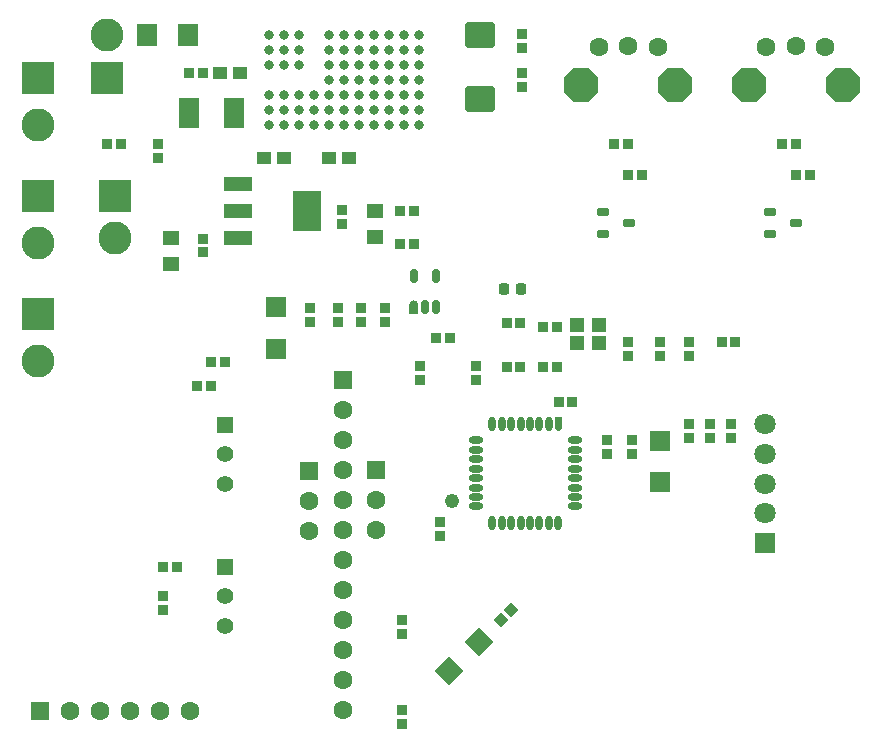
<source format=gts>
G04*
G04 #@! TF.GenerationSoftware,Altium Limited,Altium Designer,24.2.2 (26)*
G04*
G04 Layer_Color=8388736*
%FSLAX44Y44*%
%MOMM*%
G71*
G04*
G04 #@! TF.SameCoordinates,CC1128A4-4406-4156-BFDA-932D597DC64E*
G04*
G04*
G04 #@! TF.FilePolarity,Negative*
G04*
G01*
G75*
%ADD39R,0.9250X0.8500*%
%ADD40C,0.8300*%
%ADD41R,1.7000X1.7000*%
%ADD42R,0.8500X0.9250*%
%ADD43R,1.2500X1.1500*%
%ADD44P,2.4042X4X270.0*%
G04:AMPARAMS|DCode=45|XSize=0.925mm|YSize=0.85mm|CornerRadius=0mm|HoleSize=0mm|Usage=FLASHONLY|Rotation=225.000|XOffset=0mm|YOffset=0mm|HoleType=Round|Shape=Rectangle|*
%AMROTATEDRECTD45*
4,1,4,0.0265,0.6276,0.6276,0.0265,-0.0265,-0.6276,-0.6276,-0.0265,0.0265,0.6276,0.0*
%
%ADD45ROTATEDRECTD45*%

G04:AMPARAMS|DCode=46|XSize=1mm|YSize=0.9mm|CornerRadius=0.275mm|HoleSize=0mm|Usage=FLASHONLY|Rotation=90.000|XOffset=0mm|YOffset=0mm|HoleType=Round|Shape=RoundedRectangle|*
%AMROUNDEDRECTD46*
21,1,1.0000,0.3500,0,0,90.0*
21,1,0.4500,0.9000,0,0,90.0*
1,1,0.5500,0.1750,0.2250*
1,1,0.5500,0.1750,-0.2250*
1,1,0.5500,-0.1750,-0.2250*
1,1,0.5500,-0.1750,0.2250*
%
%ADD46ROUNDEDRECTD46*%
G04:AMPARAMS|DCode=47|XSize=0.75mm|YSize=1mm|CornerRadius=0.2375mm|HoleSize=0mm|Usage=FLASHONLY|Rotation=270.000|XOffset=0mm|YOffset=0mm|HoleType=Round|Shape=RoundedRectangle|*
%AMROUNDEDRECTD47*
21,1,0.7500,0.5250,0,0,270.0*
21,1,0.2750,1.0000,0,0,270.0*
1,1,0.4750,-0.2625,-0.1375*
1,1,0.4750,-0.2625,0.1375*
1,1,0.4750,0.2625,0.1375*
1,1,0.4750,0.2625,-0.1375*
%
%ADD47ROUNDEDRECTD47*%
%ADD48R,1.4500X1.2000*%
%ADD49R,1.8000X2.5000*%
%ADD50R,1.7000X1.9000*%
%ADD51R,1.2000X1.0000*%
%ADD52O,0.7500X1.2000*%
%ADD53O,1.2000X0.6000*%
%ADD54O,0.6000X1.2000*%
%ADD55R,2.3500X1.1500*%
%ADD56R,2.3500X3.4500*%
G04:AMPARAMS|DCode=57|XSize=2.2mm|YSize=2.6mm|CornerRadius=0.35mm|HoleSize=0mm|Usage=FLASHONLY|Rotation=270.000|XOffset=0mm|YOffset=0mm|HoleType=Round|Shape=RoundedRectangle|*
%AMROUNDEDRECTD57*
21,1,2.2000,1.9000,0,0,270.0*
21,1,1.5000,2.6000,0,0,270.0*
1,1,0.7000,-0.9500,-0.7500*
1,1,0.7000,-0.9500,0.7500*
1,1,0.7000,0.9500,0.7500*
1,1,0.7000,0.9500,-0.7500*
%
%ADD57ROUNDEDRECTD57*%
%ADD58C,1.6000*%
%ADD59R,1.6000X1.6000*%
%ADD60R,1.6000X1.6000*%
%ADD61R,1.4000X1.4000*%
%ADD62C,1.4000*%
%ADD63R,2.8000X2.8000*%
%ADD64C,2.8000*%
G04:AMPARAMS|DCode=65|XSize=2.8mm|YSize=2.8mm|CornerRadius=0mm|HoleSize=0mm|Usage=FLASHONLY|Rotation=270.000|XOffset=0mm|YOffset=0mm|HoleType=Round|Shape=Octagon|*
%AMOCTAGOND65*
4,1,8,-0.7000,-1.4000,0.7000,-1.4000,1.4000,-0.7000,1.4000,0.7000,0.7000,1.4000,-0.7000,1.4000,-1.4000,0.7000,-1.4000,-0.7000,-0.7000,-1.4000,0.0*
%
%ADD65OCTAGOND65*%

%ADD66C,1.8000*%
%ADD67R,1.8000X1.8000*%
%ADD68C,1.2400*%
G36*
X488993Y398493D02*
X489121Y398468D01*
X489122Y398468D01*
X489821Y398280D01*
X489821Y398280D01*
X489945Y398238D01*
X489948Y398237D01*
X490062Y398180D01*
X490063Y398180D01*
X490689Y397818D01*
X490690Y397818D01*
X490799Y397745D01*
X490897Y397659D01*
X490897Y397659D01*
X491409Y397147D01*
X491409Y397147D01*
X491496Y397048D01*
X491568Y396939D01*
X491568Y396939D01*
X491930Y396312D01*
X491930Y396312D01*
X491988Y396195D01*
X491999Y396163D01*
X492031Y396071D01*
X492031Y396070D01*
X492218Y395371D01*
X492218Y395371D01*
X492243Y395243D01*
X492252Y395112D01*
Y395112D01*
D01*
Y394750D01*
Y387500D01*
X492243Y387369D01*
X492218Y387240D01*
X492176Y387116D01*
X492118Y386999D01*
X492045Y386890D01*
X491959Y386791D01*
X491860Y386705D01*
X491751Y386632D01*
X491633Y386574D01*
X491509Y386532D01*
X491381Y386506D01*
X491250Y386498D01*
X485750D01*
X485619Y386506D01*
X485491Y386532D01*
X485367Y386574D01*
X485249Y386632D01*
X485140Y386705D01*
X485041Y386791D01*
X484955Y386890D01*
X484882Y386999D01*
X484824Y387116D01*
X484782Y387240D01*
X484756Y387369D01*
X484748Y387500D01*
Y394750D01*
Y395112D01*
Y395112D01*
Y395112D01*
X484756Y395243D01*
X484782Y395371D01*
X484782Y395371D01*
X484969Y396070D01*
X484969Y396071D01*
X485012Y396195D01*
X485013Y396198D01*
X485070Y396312D01*
X485070Y396312D01*
X485432Y396939D01*
X485432Y396939D01*
X485504Y397048D01*
X485591Y397147D01*
X485591Y397147D01*
X486103Y397659D01*
X486103Y397659D01*
X486201Y397745D01*
X486310Y397818D01*
X486311Y397818D01*
X486937Y398180D01*
X486937Y398180D01*
X487055Y398238D01*
X487086Y398249D01*
X487179Y398280D01*
X487179Y398280D01*
X487878Y398468D01*
X487879Y398468D01*
X488007Y398493D01*
X488138Y398502D01*
X488138D01*
D01*
X488862D01*
X488862D01*
X488862D01*
X488993Y398493D01*
D02*
G37*
G36*
X613131Y299993D02*
X613259Y299968D01*
X613383Y299926D01*
X613501Y299868D01*
X613610Y299795D01*
X613709Y299708D01*
X613795Y299610D01*
X613868Y299501D01*
X613926Y299383D01*
X613968Y299259D01*
X613993Y299131D01*
X614002Y299000D01*
Y291000D01*
X614002Y290998D01*
X614002Y290803D01*
X614000Y290770D01*
Y290737D01*
X613996Y290705D01*
X613993Y290672D01*
X613987Y290640D01*
X613983Y290607D01*
X613906Y290221D01*
X613897Y290189D01*
X613891Y290157D01*
X613881Y290126D01*
X613872Y290094D01*
X613859Y290064D01*
X613849Y290033D01*
X613698Y289669D01*
X613684Y289640D01*
X613671Y289609D01*
X613655Y289580D01*
X613640Y289551D01*
X613622Y289524D01*
X613605Y289496D01*
X613387Y289168D01*
X613367Y289142D01*
X613349Y289115D01*
X613327Y289090D01*
X613307Y289064D01*
X613284Y289041D01*
X613262Y289016D01*
X612984Y288738D01*
X612959Y288716D01*
X612936Y288693D01*
X612910Y288673D01*
X612885Y288651D01*
X612858Y288633D01*
X612832Y288613D01*
X612504Y288394D01*
X612476Y288378D01*
X612448Y288360D01*
X612419Y288345D01*
X612391Y288329D01*
X612360Y288316D01*
X612331Y288302D01*
X611967Y288151D01*
X611936Y288140D01*
X611905Y288128D01*
X611874Y288119D01*
X611843Y288109D01*
X611811Y288102D01*
X611779Y288094D01*
X611392Y288017D01*
X611360Y288013D01*
X611328Y288006D01*
X611295Y288004D01*
X611263Y288000D01*
X611230D01*
X611197Y287998D01*
X611000D01*
X610999Y287998D01*
X610803Y287998D01*
X610770Y288000D01*
X610737D01*
X610705Y288004D01*
X610672Y288006D01*
X610640Y288013D01*
X610607Y288017D01*
X610221Y288094D01*
X610189Y288102D01*
X610157Y288109D01*
X610126Y288119D01*
X610094Y288128D01*
X610064Y288140D01*
X610033Y288151D01*
X609669Y288302D01*
X609640Y288316D01*
X609609Y288329D01*
X609581Y288345D01*
X609552Y288360D01*
X609524Y288378D01*
X609496Y288394D01*
X609168Y288613D01*
X609142Y288633D01*
X609115Y288651D01*
X609090Y288673D01*
X609064Y288693D01*
X609041Y288716D01*
X609016Y288738D01*
X608738Y289016D01*
X608716Y289041D01*
X608693Y289064D01*
X608673Y289090D01*
X608651Y289115D01*
X608633Y289142D01*
X608613Y289168D01*
X608394Y289496D01*
X608378Y289524D01*
X608360Y289551D01*
X608345Y289581D01*
X608329Y289609D01*
X608316Y289640D01*
X608302Y289669D01*
X608151Y290033D01*
X608140Y290064D01*
X608128Y290094D01*
X608119Y290126D01*
X608109Y290157D01*
X608102Y290189D01*
X608094Y290221D01*
X608017Y290607D01*
X608013Y290640D01*
X608006Y290672D01*
X608004Y290705D01*
X608000Y290737D01*
Y290770D01*
X607998Y290803D01*
X607998Y291000D01*
Y299000D01*
X608006Y299131D01*
X608032Y299259D01*
X608074Y299383D01*
X608132Y299501D01*
X608205Y299610D01*
X608291Y299708D01*
X608390Y299795D01*
X608499Y299868D01*
X608616Y299926D01*
X608741Y299968D01*
X608869Y299993D01*
X609000Y300002D01*
X613000D01*
X613131Y299993D01*
D02*
G37*
D39*
X507121Y367000D02*
D03*
X518881D02*
D03*
X276121Y173000D02*
D03*
X287881D02*
D03*
X317000Y346000D02*
D03*
X328760D02*
D03*
X305120Y326000D02*
D03*
X316880D02*
D03*
X749121Y363000D02*
D03*
X760881D02*
D03*
X611120Y312000D02*
D03*
X622880D02*
D03*
X578881Y379000D02*
D03*
X567121D02*
D03*
X567120Y342000D02*
D03*
X578880D02*
D03*
X240879Y531000D02*
D03*
X229119D02*
D03*
X811879D02*
D03*
X800119D02*
D03*
X823880Y505000D02*
D03*
X812120D02*
D03*
X488879Y474000D02*
D03*
X477119D02*
D03*
X658121Y531000D02*
D03*
X669881D02*
D03*
X598121Y376000D02*
D03*
X609881D02*
D03*
X477000Y446000D02*
D03*
X488760D02*
D03*
X682000Y505000D02*
D03*
X670240D02*
D03*
X609880Y342000D02*
D03*
X598120D02*
D03*
X298121Y591000D02*
D03*
X309881D02*
D03*
D40*
X429100Y546600D02*
D03*
X365600D02*
D03*
X365600Y559300D02*
D03*
X365600Y572000D02*
D03*
Y597400D02*
D03*
Y610100D02*
D03*
X365600Y622800D02*
D03*
X378300Y546600D02*
D03*
Y559300D02*
D03*
Y572000D02*
D03*
Y597400D02*
D03*
Y610100D02*
D03*
Y622800D02*
D03*
X391000Y546600D02*
D03*
Y559300D02*
D03*
Y572000D02*
D03*
Y597400D02*
D03*
Y610100D02*
D03*
Y622800D02*
D03*
X403700Y546600D02*
D03*
Y559300D02*
D03*
Y572000D02*
D03*
X416400Y546600D02*
D03*
Y559300D02*
D03*
X416400Y572000D02*
D03*
X416400Y584700D02*
D03*
Y597400D02*
D03*
X416400Y610100D02*
D03*
X416400Y622800D02*
D03*
X429100Y559300D02*
D03*
X429100Y572000D02*
D03*
Y584700D02*
D03*
Y597400D02*
D03*
Y610100D02*
D03*
X429100Y622800D02*
D03*
X441800Y546600D02*
D03*
Y559300D02*
D03*
Y572000D02*
D03*
Y584700D02*
D03*
Y597400D02*
D03*
Y610100D02*
D03*
Y622800D02*
D03*
X454500Y546600D02*
D03*
Y559300D02*
D03*
X454500Y572000D02*
D03*
X454500Y584700D02*
D03*
Y597400D02*
D03*
Y610100D02*
D03*
Y622800D02*
D03*
X467200Y546600D02*
D03*
Y559300D02*
D03*
Y572000D02*
D03*
Y584700D02*
D03*
Y597400D02*
D03*
Y610100D02*
D03*
Y622800D02*
D03*
X479900Y546600D02*
D03*
Y559300D02*
D03*
X479900Y572000D02*
D03*
X479900Y584700D02*
D03*
Y597400D02*
D03*
Y610100D02*
D03*
Y622800D02*
D03*
X492600Y546600D02*
D03*
X492600Y559300D02*
D03*
X492600Y572000D02*
D03*
Y584700D02*
D03*
Y597400D02*
D03*
Y610100D02*
D03*
X492600Y622800D02*
D03*
D41*
X697000Y279500D02*
D03*
Y244500D02*
D03*
X372000Y392500D02*
D03*
Y357500D02*
D03*
D42*
X673000Y279879D02*
D03*
Y268119D02*
D03*
X652000Y268121D02*
D03*
Y279881D02*
D03*
X276000Y136240D02*
D03*
Y148000D02*
D03*
X670000Y362881D02*
D03*
Y351121D02*
D03*
X697000Y351120D02*
D03*
Y362880D02*
D03*
X722000Y351120D02*
D03*
Y362880D02*
D03*
X479000Y51760D02*
D03*
Y40000D02*
D03*
Y127760D02*
D03*
Y116000D02*
D03*
X272000Y519121D02*
D03*
Y530881D02*
D03*
X541000Y342879D02*
D03*
Y331119D02*
D03*
X401000Y391879D02*
D03*
Y380119D02*
D03*
X444000Y380240D02*
D03*
Y392000D02*
D03*
X464000Y380121D02*
D03*
Y391881D02*
D03*
X580000Y623879D02*
D03*
Y612119D02*
D03*
Y590879D02*
D03*
Y579119D02*
D03*
X494000Y343000D02*
D03*
Y331240D02*
D03*
X722000Y282121D02*
D03*
Y293881D02*
D03*
X739000Y282121D02*
D03*
Y293881D02*
D03*
X757000Y282121D02*
D03*
Y293881D02*
D03*
X424000Y392000D02*
D03*
Y380240D02*
D03*
X511000Y199000D02*
D03*
Y210760D02*
D03*
X428000Y463000D02*
D03*
Y474760D02*
D03*
X310000Y439000D02*
D03*
Y450760D02*
D03*
D43*
X645250Y377250D02*
D03*
X626750Y362750D02*
D03*
X645250Y362750D02*
D03*
X626750Y377250D02*
D03*
D44*
X543374Y109374D02*
D03*
X518626Y84625D02*
D03*
D45*
X562843Y127843D02*
D03*
X571158Y136158D02*
D03*
D46*
X578999Y407999D02*
D03*
X564999D02*
D03*
D47*
X790150Y473525D02*
D03*
X811850Y464000D02*
D03*
X790150Y454475D02*
D03*
X649150D02*
D03*
X670850Y464000D02*
D03*
X649150Y473525D02*
D03*
D48*
X456001Y473999D02*
D03*
Y451999D02*
D03*
X283001Y450999D02*
D03*
Y428999D02*
D03*
D49*
X298000Y557000D02*
D03*
X336000D02*
D03*
D50*
X297500Y623000D02*
D03*
X262500D02*
D03*
D51*
X378500Y518999D02*
D03*
X361500D02*
D03*
X416500Y519001D02*
D03*
X433500D02*
D03*
X324498Y591001D02*
D03*
X341498D02*
D03*
D52*
X498000Y392500D02*
D03*
X507500Y419500D02*
D03*
X507500Y392500D02*
D03*
X488500Y419500D02*
D03*
D53*
X625000Y272000D02*
D03*
X541000Y272000D02*
D03*
X625000Y224000D02*
D03*
Y232000D02*
D03*
X625000Y240000D02*
D03*
Y248000D02*
D03*
Y256000D02*
D03*
Y264000D02*
D03*
X625000Y280000D02*
D03*
X541000Y224000D02*
D03*
X541000Y232000D02*
D03*
Y240000D02*
D03*
Y264000D02*
D03*
Y256000D02*
D03*
Y248000D02*
D03*
X541000Y280000D02*
D03*
D54*
X555000Y210000D02*
D03*
X563000Y210000D02*
D03*
X571000D02*
D03*
X579000D02*
D03*
X587000D02*
D03*
X595000D02*
D03*
X611000Y210000D02*
D03*
X603000Y210000D02*
D03*
X595000Y294000D02*
D03*
X603000Y294000D02*
D03*
X587000Y294000D02*
D03*
X579000D02*
D03*
X571000D02*
D03*
X563000D02*
D03*
X555000D02*
D03*
D55*
X340000Y497000D02*
D03*
Y451000D02*
D03*
Y474000D02*
D03*
D56*
X398000D02*
D03*
D57*
X545000Y569000D02*
D03*
Y623000D02*
D03*
D58*
X299000Y51000D02*
D03*
X400000Y229000D02*
D03*
Y203600D02*
D03*
X197400Y51000D02*
D03*
X222800D02*
D03*
X248200D02*
D03*
X273600D02*
D03*
X456898Y229201D02*
D03*
Y203801D02*
D03*
X429000Y76800D02*
D03*
Y102200D02*
D03*
Y280000D02*
D03*
Y254600D02*
D03*
Y203800D02*
D03*
Y178400D02*
D03*
Y127600D02*
D03*
Y305400D02*
D03*
Y229200D02*
D03*
Y153000D02*
D03*
Y51400D02*
D03*
X787000Y613000D02*
D03*
X837000D02*
D03*
X812000Y613500D02*
D03*
X645000Y613000D02*
D03*
X695000D02*
D03*
X670000Y613500D02*
D03*
D59*
X400000Y254400D02*
D03*
X456898Y254601D02*
D03*
X429000Y330800D02*
D03*
D60*
X172000Y51000D02*
D03*
D61*
X329000Y173000D02*
D03*
Y293000D02*
D03*
D62*
Y148000D02*
D03*
Y123000D02*
D03*
Y268000D02*
D03*
Y243000D02*
D03*
D63*
X236000Y487000D02*
D03*
X170000Y387000D02*
D03*
X229000Y587000D02*
D03*
X170000D02*
D03*
Y487000D02*
D03*
D64*
X236000Y451000D02*
D03*
X170000Y347000D02*
D03*
X229000Y623000D02*
D03*
X170000Y547000D02*
D03*
Y447000D02*
D03*
D65*
X852000Y580500D02*
D03*
X772000D02*
D03*
X710000D02*
D03*
X630000D02*
D03*
D66*
X786000Y294000D02*
D03*
Y268000D02*
D03*
Y243000D02*
D03*
Y218000D02*
D03*
D67*
Y193000D02*
D03*
D68*
X521000Y229000D02*
D03*
M02*

</source>
